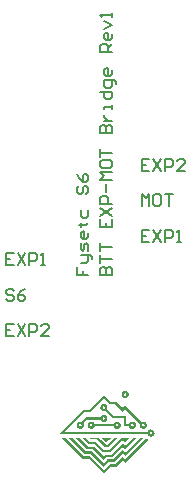
<source format=gto>
G04*
G04 #@! TF.GenerationSoftware,Altium Limited,Altium Designer,19.1.9 (167)*
G04*
G04 Layer_Color=65535*
%FSLAX25Y25*%
%MOIN*%
G70*
G01*
G75*
%ADD10C,0.00800*%
G36*
X45943Y36814D02*
X46071Y36789D01*
X46326Y36687D01*
X46479Y36610D01*
X46607Y36483D01*
X46632Y36457D01*
X46658Y36432D01*
X46709Y36355D01*
X46785Y36253D01*
X46913Y35972D01*
X46938Y35819D01*
X46964Y35641D01*
Y35615D01*
Y35564D01*
X46938Y35462D01*
X46913Y35335D01*
X46811Y35054D01*
X46734Y34901D01*
X46607Y34748D01*
X46581Y34722D01*
X46556Y34697D01*
X46479Y34646D01*
X46377Y34569D01*
X46122Y34442D01*
X45943Y34416D01*
X45765Y34391D01*
X45688D01*
X45586Y34416D01*
X45459Y34442D01*
X45153Y34544D01*
X45025Y34620D01*
X44872Y34748D01*
X44846Y34773D01*
X44821Y34824D01*
X44770Y34901D01*
X44693Y35003D01*
X44566Y35284D01*
X44540Y35462D01*
X44515Y35641D01*
Y35666D01*
Y35717D01*
X44540Y35819D01*
X44566Y35921D01*
X44668Y36202D01*
X44744Y36355D01*
X44872Y36483D01*
X44897Y36508D01*
X44948Y36534D01*
X45025Y36585D01*
X45127Y36661D01*
X45408Y36789D01*
X45561Y36814D01*
X45765Y36840D01*
X45841D01*
X45943Y36814D01*
D02*
G37*
G36*
X38775Y28855D02*
X38877Y28830D01*
X39005Y28779D01*
X39158Y28728D01*
X39311Y28626D01*
X39438Y28498D01*
X39464Y28473D01*
X39489Y28447D01*
X39540Y28370D01*
X39617Y28268D01*
X39744Y27988D01*
X39770Y27809D01*
X39795Y27631D01*
Y27605D01*
Y27554D01*
X39770Y27452D01*
X39744Y27350D01*
X39642Y27069D01*
X39566Y26916D01*
X39438Y26789D01*
X39413Y26763D01*
X39387Y26738D01*
X39311Y26687D01*
X39209Y26610D01*
X38928Y26483D01*
X38775Y26457D01*
X38596Y26432D01*
X38520D01*
X38443Y26457D01*
X38341D01*
X38112Y26534D01*
X37857Y26661D01*
X37806Y26712D01*
X37704Y26814D01*
X37551Y26993D01*
X37448Y27222D01*
X33010D01*
X31811Y26049D01*
X31836Y26024D01*
X31862Y25973D01*
X31887Y25870D01*
X31938Y25743D01*
X31964Y25717D01*
X31989Y25641D01*
X32015Y25513D01*
Y25386D01*
Y25360D01*
Y25309D01*
X31989Y25207D01*
X31964Y25105D01*
X31913Y24952D01*
X31862Y24825D01*
X31760Y24671D01*
X31632Y24518D01*
X31607Y24493D01*
X31581Y24467D01*
X31505Y24416D01*
X31403Y24340D01*
X31122Y24212D01*
X30943Y24187D01*
X30765Y24161D01*
X30688D01*
X30586Y24187D01*
X30484Y24212D01*
X30204Y24314D01*
X30051Y24391D01*
X29923Y24518D01*
X29897Y24544D01*
X29872Y24595D01*
X29821Y24671D01*
X29744Y24773D01*
X29617Y25054D01*
X29591Y25207D01*
X29566Y25386D01*
Y25411D01*
Y25462D01*
X29591Y25564D01*
X29617Y25692D01*
X29719Y25973D01*
X29796Y26125D01*
X29923Y26253D01*
X29948Y26279D01*
X30000Y26304D01*
X30051Y26355D01*
X30153Y26432D01*
X30433Y26559D01*
X30586Y26585D01*
X30765Y26610D01*
X30841D01*
X30969Y26585D01*
X31045D01*
X31173Y26534D01*
Y26559D01*
X32678Y28039D01*
X37448D01*
Y28064D01*
X37474Y28115D01*
X37551Y28294D01*
X37576Y28319D01*
X37602Y28370D01*
X37704Y28523D01*
X37729Y28549D01*
X37831Y28626D01*
X37959Y28702D01*
X38112Y28779D01*
X38137Y28804D01*
X38239Y28830D01*
X38392Y28855D01*
X38596Y28881D01*
X38673D01*
X38775Y28855D01*
D02*
G37*
G36*
X43265Y26559D02*
X43443Y26508D01*
X43494Y26483D01*
X43571Y26457D01*
X43724Y26355D01*
X43852Y26228D01*
X43877Y26202D01*
X43953Y26125D01*
X44030Y25998D01*
X44107Y25845D01*
X44132Y25819D01*
X44158Y25717D01*
X44183Y25564D01*
X44209Y25386D01*
Y25360D01*
Y25309D01*
X44183Y25207D01*
X44158Y25080D01*
X44056Y24799D01*
X43979Y24646D01*
X43852Y24493D01*
X43826Y24467D01*
X43801Y24442D01*
X43724Y24391D01*
X43622Y24314D01*
X43341Y24187D01*
X43163Y24161D01*
X42984Y24136D01*
X42908D01*
X42831Y24161D01*
X42755D01*
X42500Y24238D01*
X42270Y24365D01*
X42219Y24416D01*
X42091Y24544D01*
X41964Y24723D01*
X41836Y24978D01*
X35586D01*
Y24952D01*
X35561Y24927D01*
X35484Y24773D01*
X35331Y24569D01*
X35127Y24391D01*
X35102D01*
X35076Y24365D01*
X34923Y24289D01*
X34693Y24187D01*
X34413Y24161D01*
X34336D01*
X34234Y24187D01*
X34107Y24212D01*
X33826Y24314D01*
X33698Y24391D01*
X33545Y24518D01*
X33520Y24544D01*
X33494Y24595D01*
X33443Y24671D01*
X33392Y24773D01*
X33265Y25054D01*
X33239Y25207D01*
X33214Y25386D01*
Y25411D01*
Y25462D01*
X33239Y25564D01*
X33265Y25692D01*
X33367Y25973D01*
X33443Y26125D01*
X33545Y26253D01*
X33571Y26279D01*
X33622Y26304D01*
X33698Y26355D01*
X33801Y26432D01*
X34056Y26559D01*
X34234Y26585D01*
X34413Y26610D01*
X34566D01*
X34668Y26585D01*
X34898Y26508D01*
X35127Y26381D01*
X35153D01*
X35178Y26330D01*
X35306Y26228D01*
X35459Y26049D01*
X35586Y25819D01*
Y25794D01*
X41836D01*
Y25819D01*
X41862Y25845D01*
X41938Y25998D01*
X42066Y26202D01*
X42270Y26381D01*
X42295D01*
X42321Y26406D01*
X42474Y26508D01*
X42704Y26585D01*
X42984Y26610D01*
X43137D01*
X43265Y26559D01*
D02*
G37*
G36*
X40841Y33268D02*
X42652D01*
X44846Y31075D01*
X45765Y31967D01*
X51249Y26483D01*
X51275D01*
X51326Y26508D01*
X51479Y26559D01*
X51504D01*
X51556Y26585D01*
X51657Y26610D01*
X51862D01*
X51964Y26585D01*
X52066Y26559D01*
X52346Y26457D01*
X52499Y26381D01*
X52627Y26253D01*
X52652Y26228D01*
X52678Y26202D01*
X52729Y26125D01*
X52806Y26024D01*
X52933Y25743D01*
X52959Y25564D01*
X52984Y25386D01*
Y25360D01*
Y25309D01*
X52959Y25207D01*
X52933Y25080D01*
X52831Y24799D01*
X52754Y24671D01*
X52627Y24518D01*
X52601Y24493D01*
X52576Y24467D01*
X52499Y24416D01*
X52397Y24340D01*
X52117Y24212D01*
X51964Y24187D01*
X51785Y24161D01*
X51709D01*
X51607Y24187D01*
X51479Y24212D01*
X51198Y24314D01*
X51045Y24391D01*
X50892Y24518D01*
X50867Y24544D01*
X50841Y24595D01*
X50790Y24671D01*
X50714Y24773D01*
X50586Y25029D01*
X50561Y25207D01*
X50535Y25386D01*
Y25411D01*
Y25488D01*
X50561Y25666D01*
Y25692D01*
X50586Y25768D01*
X50637Y25845D01*
X50688Y25921D01*
X45765Y30819D01*
X44846Y29926D01*
X42321Y32452D01*
X40510D01*
X38571Y34365D01*
X33979Y29748D01*
X32117D01*
X25586Y23217D01*
X53188D01*
Y23243D01*
X53214Y23319D01*
X53316Y23472D01*
X53341Y23498D01*
X53367Y23549D01*
X53469Y23677D01*
X53494Y23702D01*
X53596Y23753D01*
X53698Y23830D01*
X53851Y23906D01*
X53877Y23932D01*
X53979Y23957D01*
X54132Y23983D01*
X54362D01*
X54464Y23957D01*
X54591Y23932D01*
X54872Y23830D01*
X55025Y23753D01*
X55152Y23626D01*
X55178Y23600D01*
X55203Y23574D01*
X55254Y23498D01*
X55331Y23396D01*
X55458Y23115D01*
X55484Y22937D01*
X55510Y22758D01*
Y22707D01*
Y22605D01*
X55484Y22478D01*
X55433Y22299D01*
X55408Y22274D01*
X55382Y22172D01*
X55305Y22070D01*
X55203Y21942D01*
X55178Y21916D01*
X55101Y21840D01*
X54974Y21738D01*
X54821Y21661D01*
X54795D01*
X54693Y21636D01*
X54540Y21610D01*
X54336Y21585D01*
X54260D01*
X54183Y21610D01*
X54106D01*
X53851Y21687D01*
X53622Y21814D01*
X53571Y21865D01*
X53469Y21967D01*
X53316Y22172D01*
X53214Y22401D01*
X23622D01*
X24311Y23090D01*
X31760Y30539D01*
X33622D01*
X38571Y35513D01*
X40841Y33268D01*
D02*
G37*
G36*
X38750Y32503D02*
X38877Y32478D01*
X39158Y32375D01*
X39311Y32299D01*
X39438Y32171D01*
X39464Y32146D01*
X39489Y32120D01*
X39540Y32044D01*
X39617Y31942D01*
X39744Y31661D01*
X39770Y31483D01*
X39795Y31304D01*
Y31279D01*
Y31202D01*
X39744Y31023D01*
Y30998D01*
X39719Y30947D01*
X39668Y30768D01*
X41938Y28498D01*
X46122D01*
Y25819D01*
X46964D01*
Y25845D01*
X46989Y25870D01*
X47066Y26024D01*
X47193Y26202D01*
X47397Y26381D01*
X47423D01*
X47448Y26406D01*
X47601Y26508D01*
X47831Y26585D01*
X48112Y26610D01*
X48265D01*
X48418Y26559D01*
X48596Y26508D01*
X48647Y26483D01*
X48724Y26457D01*
X48851Y26381D01*
X48979Y26279D01*
X49005Y26253D01*
X49081Y26151D01*
X49158Y25998D01*
X49234Y25845D01*
X49260Y25819D01*
X49285Y25717D01*
X49311Y25564D01*
X49336Y25386D01*
Y25360D01*
Y25309D01*
X49311Y25207D01*
X49285Y25080D01*
X49183Y24799D01*
X49106Y24671D01*
X48979Y24518D01*
X48954Y24493D01*
X48928Y24467D01*
X48851Y24416D01*
X48749Y24340D01*
X48469Y24212D01*
X48290Y24187D01*
X48112Y24161D01*
X48035D01*
X47984Y24187D01*
X47882D01*
X47653Y24263D01*
X47397Y24391D01*
X47346Y24442D01*
X47219Y24544D01*
X47091Y24748D01*
X46964Y24978D01*
X45331D01*
Y27682D01*
X41607D01*
X39107Y30207D01*
X39081D01*
X39030Y30156D01*
X38954Y30131D01*
X38851Y30105D01*
X38775D01*
X38673Y30080D01*
X38520D01*
X38418Y30105D01*
X38265Y30131D01*
X38086Y30182D01*
X38061Y30207D01*
X37959Y30258D01*
X37831Y30335D01*
X37704Y30437D01*
X37678Y30462D01*
X37627Y30539D01*
X37525Y30666D01*
X37448Y30819D01*
X37423Y30870D01*
X37397Y30972D01*
X37372Y31126D01*
X37346Y31304D01*
Y31330D01*
Y31381D01*
X37372Y31483D01*
X37397Y31610D01*
X37499Y31891D01*
X37576Y32044D01*
X37704Y32171D01*
X37729Y32197D01*
X37780Y32222D01*
X37857Y32274D01*
X37959Y32350D01*
X38214Y32478D01*
X38392Y32503D01*
X38571Y32529D01*
X38647D01*
X38750Y32503D01*
D02*
G37*
G36*
X40255Y20615D02*
X39489Y19825D01*
X39107Y20207D01*
X38086Y21253D01*
X40918D01*
X40255Y20615D01*
D02*
G37*
G36*
X39974Y18039D02*
X39030D01*
X36301Y20717D01*
X34464D01*
X33954Y21253D01*
X36938D01*
X37117Y21075D01*
X37346Y20820D01*
X37602Y20590D01*
X37831Y20335D01*
X38086Y20105D01*
X38545Y19646D01*
X39362Y18830D01*
X39642D01*
X40255Y19467D01*
X40841Y20029D01*
X41989Y21177D01*
X42040Y21253D01*
X43188D01*
X39974Y18039D01*
D02*
G37*
G36*
X45765Y17427D02*
X44846Y18294D01*
X41300Y14774D01*
X39489D01*
X38775Y14085D01*
X38571Y13855D01*
X34974Y17503D01*
X33112D01*
X29336Y21253D01*
X30510D01*
X33469Y18294D01*
X35306D01*
X38571Y15029D01*
X38673Y15131D01*
X38928Y15360D01*
X39158Y15590D01*
X40969D01*
X44846Y19467D01*
X45765Y18549D01*
X48443Y21253D01*
X49591D01*
X45765Y17427D01*
D02*
G37*
G36*
Y19697D02*
X44846Y20615D01*
X41989Y17733D01*
X40637Y16432D01*
X38316D01*
X35637Y19110D01*
X33775D01*
X31632Y21253D01*
X32780D01*
X34132Y19927D01*
X35994D01*
X38673Y17223D01*
X40306D01*
X41989Y18906D01*
X42551Y19467D01*
X44285Y21177D01*
X44362Y21253D01*
X47321D01*
X45765Y19697D01*
D02*
G37*
G36*
Y15131D02*
X44846Y16024D01*
X41989Y13167D01*
X40152D01*
X38571Y11585D01*
X34285Y15845D01*
X32423D01*
X27066Y21253D01*
X28188D01*
X32780Y16687D01*
X34642D01*
X38571Y12733D01*
X39362Y13498D01*
X39591Y13728D01*
X39821Y13983D01*
X41632D01*
X44846Y17172D01*
X45765Y16253D01*
X50739Y21253D01*
X51887D01*
X45765Y15131D01*
D02*
G37*
G36*
X32117Y15054D02*
X33979D01*
X38571Y10462D01*
X40510Y12350D01*
X42321D01*
X44846Y14876D01*
X45765Y13983D01*
X52806Y21023D01*
X53010Y20845D01*
X53086Y20794D01*
X53112Y20768D01*
X53265Y20692D01*
X53392Y20641D01*
X53469Y20615D01*
X53494Y20590D01*
X45765Y12809D01*
X44846Y13728D01*
X42652Y11559D01*
X40841D01*
X38571Y9314D01*
X33622Y14238D01*
X31760D01*
X24770Y21253D01*
X25892D01*
X32117Y15054D01*
D02*
G37*
%LPC*%
G36*
X45765Y36023D02*
X45739D01*
X45637Y35998D01*
X45535Y35972D01*
X45433Y35896D01*
X45408Y35870D01*
X45382Y35819D01*
X45357Y35743D01*
X45331Y35641D01*
Y35615D01*
X45357Y35513D01*
X45382Y35411D01*
X45433Y35309D01*
X45459Y35284D01*
X45535Y35258D01*
X45637Y35233D01*
X45765Y35207D01*
X45790D01*
X45867Y35233D01*
X45943Y35258D01*
X46020Y35309D01*
X46045Y35335D01*
X46096Y35411D01*
X46122Y35513D01*
X46147Y35641D01*
Y35666D01*
X46122Y35743D01*
X46096Y35819D01*
X46020Y35896D01*
X45994Y35921D01*
X45943Y35972D01*
X45867Y35998D01*
X45765Y36023D01*
D02*
G37*
G36*
X38571Y28064D02*
X38520D01*
X38418Y28013D01*
X38367Y27988D01*
X38290Y27937D01*
X38265Y27911D01*
X38188Y27809D01*
Y27758D01*
X38163Y27707D01*
Y27631D01*
Y27605D01*
X38188Y27529D01*
X38214Y27452D01*
X38290Y27350D01*
X38316Y27325D01*
X38367Y27299D01*
X38469Y27248D01*
X38571Y27222D01*
X38622D01*
X38724Y27273D01*
X38750D01*
X38775Y27299D01*
X38877Y27376D01*
X38903Y27401D01*
X38954Y27478D01*
Y27503D01*
X38979Y27529D01*
X39005Y27631D01*
Y27656D01*
Y27707D01*
X38979Y27758D01*
X38954Y27809D01*
Y27835D01*
X38928Y27860D01*
X38877Y27937D01*
X38826Y27962D01*
X38724Y28013D01*
X38699Y28039D01*
X38571Y28064D01*
D02*
G37*
G36*
X30765Y25819D02*
X30739D01*
X30663Y25794D01*
X30586Y25768D01*
X30484Y25692D01*
X30459Y25666D01*
X30433Y25615D01*
X30382Y25513D01*
X30357Y25386D01*
Y25360D01*
X30382Y25284D01*
X30408Y25182D01*
X30484Y25080D01*
X30510Y25054D01*
X30561Y25029D01*
X30663Y25003D01*
X30765Y24978D01*
X30816D01*
X30943Y25003D01*
X30969D01*
X30994Y25029D01*
X31071Y25105D01*
X31097Y25131D01*
X31148Y25233D01*
Y25258D01*
X31173Y25284D01*
X31198Y25386D01*
Y25411D01*
Y25437D01*
X31148Y25539D01*
Y25564D01*
X31122Y25590D01*
X31071Y25666D01*
X31045Y25692D01*
X30943Y25768D01*
X30892Y25794D01*
X30765Y25819D01*
D02*
G37*
G36*
X42984D02*
X42959D01*
X42882Y25794D01*
X42806Y25768D01*
X42704Y25692D01*
X42678Y25666D01*
X42652Y25615D01*
X42601Y25513D01*
X42576Y25386D01*
Y25335D01*
X42601Y25233D01*
X42627Y25182D01*
X42678Y25105D01*
X42704Y25054D01*
X42806Y25003D01*
X42857D01*
X42984Y24978D01*
X43010D01*
X43086Y25003D01*
X43163Y25029D01*
X43265Y25080D01*
X43290Y25105D01*
X43341Y25156D01*
X43367Y25258D01*
X43392Y25386D01*
Y25411D01*
Y25437D01*
X43367Y25539D01*
Y25564D01*
X43341Y25590D01*
X43265Y25666D01*
X43239Y25692D01*
X43137Y25768D01*
X43086Y25794D01*
X42984Y25819D01*
D02*
G37*
G36*
X34413D02*
X34387D01*
X34311Y25794D01*
X34234Y25768D01*
X34132Y25692D01*
X34107Y25666D01*
X34081Y25615D01*
X34056Y25513D01*
X34030Y25386D01*
Y25360D01*
X34056Y25284D01*
X34081Y25182D01*
X34132Y25080D01*
X34158Y25054D01*
X34209Y25029D01*
X34311Y25003D01*
X34413Y24978D01*
X34438D01*
X34515Y25003D01*
X34617Y25029D01*
X34693Y25080D01*
X34719Y25105D01*
X34770Y25156D01*
X34795Y25258D01*
X34821Y25386D01*
Y25411D01*
X34795Y25488D01*
X34770Y25590D01*
X34693Y25692D01*
X34668Y25717D01*
X34617Y25768D01*
X34540Y25794D01*
X34413Y25819D01*
D02*
G37*
G36*
X51760D02*
X51734D01*
X51657Y25794D01*
X51556Y25768D01*
X51454Y25692D01*
X51428Y25666D01*
X51402Y25615D01*
X51377Y25513D01*
X51351Y25386D01*
Y25360D01*
X51377Y25284D01*
X51402Y25182D01*
X51454Y25080D01*
X51479Y25054D01*
X51530Y25029D01*
X51632Y25003D01*
X51760Y24978D01*
X51785D01*
X51862Y25003D01*
X51964Y25029D01*
X52066Y25080D01*
X52091Y25105D01*
X52142Y25156D01*
X52168Y25258D01*
X52193Y25386D01*
Y25411D01*
X52168Y25488D01*
X52142Y25590D01*
X52066Y25692D01*
X52040Y25717D01*
X51989Y25768D01*
X51887Y25794D01*
X51760Y25819D01*
D02*
G37*
G36*
X54336Y23217D02*
X54311D01*
X54234Y23192D01*
X54158Y23166D01*
X54056Y23090D01*
X54030Y23064D01*
X54005Y23013D01*
X53953Y22937D01*
X53928Y22835D01*
Y22809D01*
X53953Y22707D01*
X53979Y22605D01*
X54056Y22503D01*
X54081Y22478D01*
X54132Y22452D01*
X54234Y22427D01*
X54336Y22401D01*
X54387D01*
X54489Y22427D01*
X54515D01*
X54540Y22452D01*
X54642Y22529D01*
X54668Y22554D01*
X54719Y22631D01*
Y22656D01*
X54744Y22682D01*
X54770Y22835D01*
Y22860D01*
Y22886D01*
X54719Y22962D01*
Y22988D01*
X54693Y23013D01*
X54642Y23090D01*
X54591Y23115D01*
X54489Y23166D01*
X54438Y23192D01*
X54336Y23217D01*
D02*
G37*
G36*
X38571Y31712D02*
X38545D01*
X38469Y31687D01*
X38392Y31661D01*
X38290Y31585D01*
X38265Y31559D01*
X38239Y31508D01*
X38188Y31406D01*
X38163Y31304D01*
Y31253D01*
X38188Y31126D01*
X38214Y31075D01*
X38290Y30998D01*
X38316Y30972D01*
X38418Y30921D01*
X38469D01*
X38571Y30896D01*
X38622D01*
X38724Y30921D01*
X38750D01*
X38775Y30947D01*
X38877Y30998D01*
X38903Y31023D01*
X38954Y31126D01*
Y31151D01*
X38979Y31176D01*
X39005Y31304D01*
Y31330D01*
Y31355D01*
X38954Y31457D01*
Y31483D01*
X38928Y31508D01*
X38877Y31585D01*
X38826Y31610D01*
X38724Y31661D01*
X38673Y31687D01*
X38571Y31712D01*
D02*
G37*
G36*
X48086Y25794D02*
X48035D01*
X47933Y25743D01*
X47908Y25717D01*
X47831Y25666D01*
X47806Y25641D01*
X47754Y25539D01*
Y25513D01*
X47729Y25386D01*
Y25360D01*
X47754Y25284D01*
X47780Y25182D01*
X47831Y25080D01*
X47857Y25054D01*
X47908Y25029D01*
X47984Y25003D01*
X48112Y24978D01*
X48163D01*
X48265Y25003D01*
X48290D01*
X48316Y25029D01*
X48418Y25105D01*
X48443Y25131D01*
X48469Y25233D01*
Y25258D01*
X48494Y25284D01*
X48520Y25386D01*
Y25411D01*
X48494Y25488D01*
X48469Y25564D01*
X48392Y25666D01*
X48367Y25692D01*
X48316Y25743D01*
X48214Y25768D01*
X48086Y25794D01*
D02*
G37*
%LPD*%
D10*
X29526Y78227D02*
Y75603D01*
X31494D01*
Y76915D01*
Y75603D01*
X33462D01*
X30838Y79539D02*
X32806D01*
X33462Y80195D01*
Y82163D01*
X34118D01*
X34774Y81507D01*
Y80851D01*
X33462Y82163D02*
X30838D01*
X33462Y83475D02*
Y85443D01*
X32806Y86098D01*
X32150Y85443D01*
Y84131D01*
X31494Y83475D01*
X30838Y84131D01*
Y86098D01*
X33462Y89378D02*
Y88066D01*
X32806Y87410D01*
X31494D01*
X30838Y88066D01*
Y89378D01*
X31494Y90034D01*
X32150D01*
Y87410D01*
X30182Y92002D02*
X30838D01*
Y91346D01*
Y92658D01*
Y92002D01*
X32806D01*
X33462Y92658D01*
X30838Y97250D02*
Y95282D01*
X31494Y94626D01*
X32806D01*
X33462Y95282D01*
Y97250D01*
X30182Y105121D02*
X29526Y104465D01*
Y103153D01*
X30182Y102497D01*
X30838D01*
X31494Y103153D01*
Y104465D01*
X32150Y105121D01*
X32806D01*
X33462Y104465D01*
Y103153D01*
X32806Y102497D01*
X29526Y109057D02*
X30182Y107745D01*
X31494Y106433D01*
X32806D01*
X33462Y107089D01*
Y108401D01*
X32806Y109057D01*
X32150D01*
X31494Y108401D01*
Y106433D01*
X37481Y75603D02*
X41417D01*
Y77571D01*
X40761Y78227D01*
X40105D01*
X39449Y77571D01*
Y75603D01*
Y77571D01*
X38793Y78227D01*
X38137D01*
X37481Y77571D01*
Y75603D01*
Y79539D02*
Y82163D01*
Y80851D01*
X41417D01*
X37481Y83475D02*
Y86098D01*
Y84786D01*
X41417D01*
X37481Y93970D02*
Y91346D01*
X41417D01*
Y93970D01*
X39449Y91346D02*
Y92658D01*
X37481Y95282D02*
X41417Y97906D01*
X37481D02*
X41417Y95282D01*
Y99218D02*
X37481D01*
Y101186D01*
X38137Y101841D01*
X39449D01*
X40105Y101186D01*
Y99218D01*
X39449Y103153D02*
Y105777D01*
X41417Y107089D02*
X37481D01*
X38793Y108401D01*
X37481Y109713D01*
X41417D01*
X37481Y112993D02*
Y111681D01*
X38137Y111025D01*
X40761D01*
X41417Y111681D01*
Y112993D01*
X40761Y113649D01*
X38137D01*
X37481Y112993D01*
Y114961D02*
Y117584D01*
Y116272D01*
X41417D01*
X37481Y122832D02*
X41417D01*
Y124800D01*
X40761Y125456D01*
X40105D01*
X39449Y124800D01*
Y122832D01*
Y124800D01*
X38793Y125456D01*
X38137D01*
X37481Y124800D01*
Y122832D01*
X38793Y126768D02*
X41417D01*
X40105D01*
X39449Y127424D01*
X38793Y128080D01*
Y128736D01*
X41417Y130703D02*
Y132015D01*
Y131360D01*
X38793D01*
Y130703D01*
X37481Y136607D02*
X41417D01*
Y134639D01*
X40761Y133983D01*
X39449D01*
X38793Y134639D01*
Y136607D01*
X42729Y139231D02*
Y139887D01*
X42073Y140543D01*
X38793D01*
Y138575D01*
X39449Y137919D01*
X40761D01*
X41417Y138575D01*
Y140543D01*
Y143823D02*
Y142511D01*
X40761Y141855D01*
X39449D01*
X38793Y142511D01*
Y143823D01*
X39449Y144479D01*
X40105D01*
Y141855D01*
X41417Y149726D02*
X37481D01*
Y151694D01*
X38137Y152350D01*
X39449D01*
X40105Y151694D01*
Y149726D01*
Y151038D02*
X41417Y152350D01*
Y155630D02*
Y154318D01*
X40761Y153662D01*
X39449D01*
X38793Y154318D01*
Y155630D01*
X39449Y156286D01*
X40105D01*
Y153662D01*
X38793Y157598D02*
X41417Y158910D01*
X38793Y160222D01*
X41417Y161533D02*
Y162845D01*
Y162189D01*
X37481D01*
X38137Y161533D01*
X51181Y98425D02*
Y102361D01*
X52493Y101049D01*
X53805Y102361D01*
Y98425D01*
X57085Y102361D02*
X55773D01*
X55117Y101705D01*
Y99081D01*
X55773Y98425D01*
X57085D01*
X57741Y99081D01*
Y101705D01*
X57085Y102361D01*
X59053D02*
X61676D01*
X60365D01*
Y98425D01*
X8529Y70209D02*
X7873Y70865D01*
X6561D01*
X5906Y70209D01*
Y69553D01*
X6561Y68897D01*
X7873D01*
X8529Y68241D01*
Y67585D01*
X7873Y66929D01*
X6561D01*
X5906Y67585D01*
X12465Y70865D02*
X11153Y70209D01*
X9841Y68897D01*
Y67585D01*
X10497Y66929D01*
X11809D01*
X12465Y67585D01*
Y68241D01*
X11809Y68897D01*
X9841D01*
X53805Y90550D02*
X51181D01*
Y86614D01*
X53805D01*
X51181Y88582D02*
X52493D01*
X55117Y90550D02*
X57741Y86614D01*
Y90550D02*
X55117Y86614D01*
X59053D02*
Y90550D01*
X61020D01*
X61676Y89894D01*
Y88582D01*
X61020Y87926D01*
X59053D01*
X62988Y86614D02*
X64300D01*
X63644D01*
Y90550D01*
X62988Y89894D01*
X53805Y114172D02*
X51181D01*
Y110236D01*
X53805D01*
X51181Y112204D02*
X52493D01*
X55117Y114172D02*
X57741Y110236D01*
Y114172D02*
X55117Y110236D01*
X59053D02*
Y114172D01*
X61020D01*
X61676Y113516D01*
Y112204D01*
X61020Y111548D01*
X59053D01*
X65612Y110236D02*
X62988D01*
X65612Y112860D01*
Y113516D01*
X64956Y114172D01*
X63644D01*
X62988Y113516D01*
X8529Y59054D02*
X5906D01*
Y55118D01*
X8529D01*
X5906Y57086D02*
X7217D01*
X9841Y59054D02*
X12465Y55118D01*
Y59054D02*
X9841Y55118D01*
X13777D02*
Y59054D01*
X15745D01*
X16401Y58398D01*
Y57086D01*
X15745Y56430D01*
X13777D01*
X20336Y55118D02*
X17713D01*
X20336Y57742D01*
Y58398D01*
X19681Y59054D01*
X18369D01*
X17713Y58398D01*
X8529Y82676D02*
X5906D01*
Y78740D01*
X8529D01*
X5906Y80708D02*
X7217D01*
X9841Y82676D02*
X12465Y78740D01*
Y82676D02*
X9841Y78740D01*
X13777D02*
Y82676D01*
X15745D01*
X16401Y82020D01*
Y80708D01*
X15745Y80052D01*
X13777D01*
X17713Y78740D02*
X19025D01*
X18369D01*
Y82676D01*
X17713Y82020D01*
M02*

</source>
